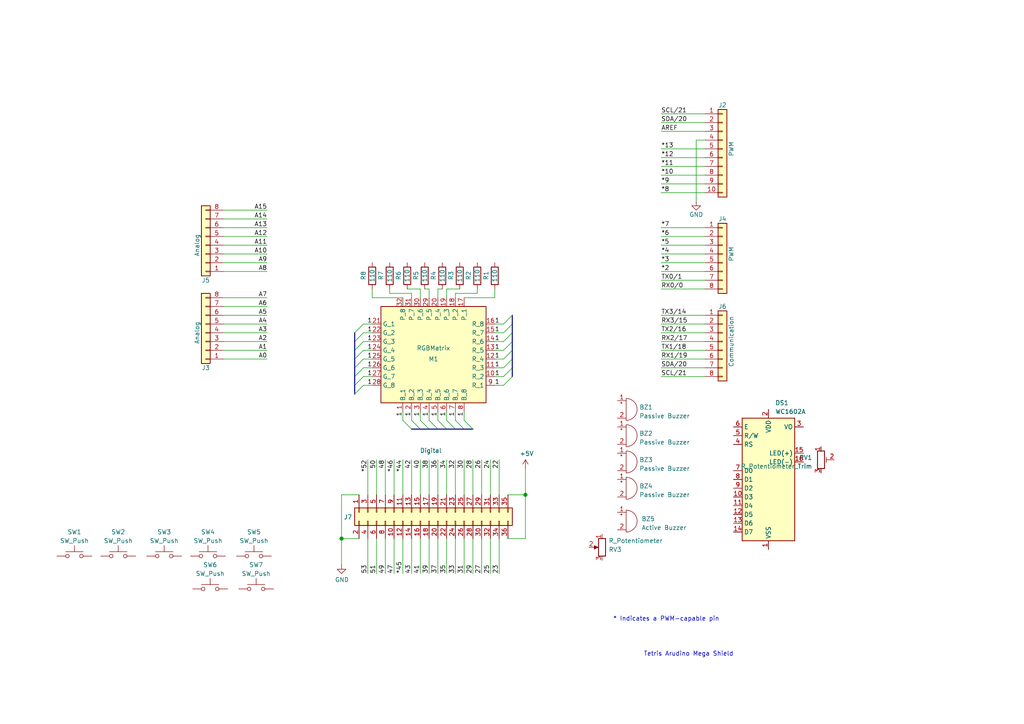
<source format=kicad_sch>
(kicad_sch (version 20230121) (generator eeschema)
  (paper "A4")
  (title_block (date "2023-05-02"))
  (lib_symbols
    (symbol "Connector_Generic:Conn_01x08" (pin_names (offset 1.016) hide)
      (property "Reference" "J" (at 0 10.16 0))
      (property "Value" "Conn_01x08" (at 0 -12.7 0))
      (symbol "Conn_01x08_1_1"
        (rectangle (start -1.27 -10.033) (end 0 -10.287) (stroke (width 0.1524)))
        (rectangle (start -1.27 -7.493) (end 0 -7.747) (stroke (width 0.1524)))
        (rectangle (start -1.27 -4.953) (end 0 -5.207) (stroke (width 0.1524)))
        (rectangle (start -1.27 -2.413) (end 0 -2.667) (stroke (width 0.1524)))
        (rectangle (start -1.27 0.127) (end 0 -0.127) (stroke (width 0.1524)))
        (rectangle (start -1.27 2.667) (end 0 2.413) (stroke (width 0.1524)))
        (rectangle (start -1.27 5.207) (end 0 4.953) (stroke (width 0.1524)))
        (rectangle (start -1.27 7.747) (end 0 7.493) (stroke (width 0.1524)))
        (rectangle (start -1.27 8.89) (end 1.27 -11.43) (stroke (width 0.254)) (fill (type background)))
        (pin passive line (at -5.08 7.62 0) (length 3.81) (name "Pin_1") (number "1"))
        (pin passive line (at -5.08 5.08 0) (length 3.81) (name "Pin_2") (number "2"))
        (pin passive line (at -5.08 2.54 0) (length 3.81) (name "Pin_3") (number "3"))
        (pin passive line (at -5.08 0 0) (length 3.81) (name "Pin_4") (number "4"))
        (pin passive line (at -5.08 -2.54 0) (length 3.81) (name "Pin_5") (number "5"))
        (pin passive line (at -5.08 -5.08 0) (length 3.81) (name "Pin_6") (number "6"))
        (pin passive line (at -5.08 -7.62 0) (length 3.81) (name "Pin_7") (number "7"))
        (pin passive line (at -5.08 -10.16 0) (length 3.81) (name "Pin_8") (number "8"))
      )
    )
    (symbol "Connector_Generic:Conn_01x10" (pin_names (offset 1.016) hide)
      (property "Reference" "J" (at 0 12.7 0))
      (property "Value" "Conn_01x10" (at 0 -15.24 0))
      (symbol "Conn_01x10_1_1"
        (rectangle (start -1.27 -12.573) (end 0 -12.827) (stroke (width 0.1524)))
        (rectangle (start -1.27 -10.033) (end 0 -10.287) (stroke (width 0.1524)))
        (rectangle (start -1.27 -7.493) (end 0 -7.747) (stroke (width 0.1524)))
        (rectangle (start -1.27 -4.953) (end 0 -5.207) (stroke (width 0.1524)))
        (rectangle (start -1.27 -2.413) (end 0 -2.667) (stroke (width 0.1524)))
        (rectangle (start -1.27 0.127) (end 0 -0.127) (stroke (width 0.1524)))
        (rectangle (start -1.27 2.667) (end 0 2.413) (stroke (width 0.1524)))
        (rectangle (start -1.27 5.207) (end 0 4.953) (stroke (width 0.1524)))
        (rectangle (start -1.27 7.747) (end 0 7.493) (stroke (width 0.1524)))
        (rectangle (start -1.27 10.287) (end 0 10.033) (stroke (width 0.1524)))
        (rectangle (start -1.27 11.43) (end 1.27 -13.97) (stroke (width 0.254)) (fill (type background)))
        (pin passive line (at -5.08 10.16 0) (length 3.81) (name "Pin_1") (number "1"))
        (pin passive line (at -5.08 -12.7 0) (length 3.81) (name "Pin_10") (number "10"))
        (pin passive line (at -5.08 7.62 0) (length 3.81) (name "Pin_2") (number "2"))
        (pin passive line (at -5.08 5.08 0) (length 3.81) (name "Pin_3") (number "3"))
        (pin passive line (at -5.08 2.54 0) (length 3.81) (name "Pin_4") (number "4"))
        (pin passive line (at -5.08 0 0) (length 3.81) (name "Pin_5") (number "5"))
        (pin passive line (at -5.08 -2.54 0) (length 3.81) (name "Pin_6") (number "6"))
        (pin passive line (at -5.08 -5.08 0) (length 3.81) (name "Pin_7") (number "7"))
        (pin passive line (at -5.08 -7.62 0) (length 3.81) (name "Pin_8") (number "8"))
        (pin passive line (at -5.08 -10.16 0) (length 3.81) (name "Pin_9") (number "9"))
      )
    )
    (symbol "Connector_Generic:Conn_02x18_Odd_Even" (pin_names (offset 1.016) hide)
      (property "Reference" "J" (at 1.27 22.86 0))
      (property "Value" "Conn_02x18_Odd_Even" (at 1.27 -25.4 0))
      (symbol "Conn_02x18_Odd_Even_1_1"
        (rectangle (start -1.27 -22.733) (end 0 -22.987) (stroke (width 0.1524)))
        (rectangle (start -1.27 -20.193) (end 0 -20.447) (stroke (width 0.1524)))
        (rectangle (start -1.27 -17.653) (end 0 -17.907) (stroke (width 0.1524)))
        (rectangle (start -1.27 -15.113) (end 0 -15.367) (stroke (width 0.1524)))
        (rectangle (start -1.27 -12.573) (end 0 -12.827) (stroke (width 0.1524)))
        (rectangle (start -1.27 -10.033) (end 0 -10.287) (stroke (width 0.1524)))
        (rectangle (start -1.27 -7.493) (end 0 -7.747) (stroke (width 0.1524)))
        (rectangle (start -1.27 -4.953) (end 0 -5.207) (stroke (width 0.1524)))
        (rectangle (start -1.27 -2.413) (end 0 -2.667) (stroke (width 0.1524)))
        (rectangle (start -1.27 0.127) (end 0 -0.127) (stroke (width 0.1524)))
        (rectangle (start -1.27 2.667) (end 0 2.413) (stroke (width 0.1524)))
        (rectangle (start -1.27 5.207) (end 0 4.953) (stroke (width 0.1524)))
        (rectangle (start -1.27 7.747) (end 0 7.493) (stroke (width 0.1524)))
        (rectangle (start -1.27 10.287) (end 0 10.033) (stroke (width 0.1524)))
        (rectangle (start -1.27 12.827) (end 0 12.573) (stroke (width 0.1524)))
        (rectangle (start -1.27 15.367) (end 0 15.113) (stroke (width 0.1524)))
        (rectangle (start -1.27 17.907) (end 0 17.653) (stroke (width 0.1524)))
        (rectangle (start -1.27 20.447) (end 0 20.193) (stroke (width 0.1524)))
        (rectangle (start -1.27 21.59) (end 3.81 -24.13) (stroke (width 0.254)) (fill (type background)))
        (rectangle (start 3.81 -22.733) (end 2.54 -22.987) (stroke (width 0.1524)))
        (rectangle (start 3.81 -20.193) (end 2.54 -20.447) (stroke (width 0.1524)))
        (rectangle (start 3.81 -17.653) (end 2.54 -17.907) (stroke (width 0.1524)))
        (rectangle (start 3.81 -15.113) (end 2.54 -15.367) (stroke (width 0.1524)))
        (rectangle (start 3.81 -12.573) (end 2.54 -12.827) (stroke (width 0.1524)))
        (rectangle (start 3.81 -10.033) (end 2.54 -10.287) (stroke (width 0.1524)))
        (rectangle (start 3.81 -7.493) (end 2.54 -7.747) (stroke (width 0.1524)))
        (rectangle (start 3.81 -4.953) (end 2.54 -5.207) (stroke (width 0.1524)))
        (rectangle (start 3.81 -2.413) (end 2.54 -2.667) (stroke (width 0.1524)))
        (rectangle (start 3.81 0.127) (end 2.54 -0.127) (stroke (width 0.1524)))
        (rectangle (start 3.81 2.667) (end 2.54 2.413) (stroke (width 0.1524)))
        (rectangle (start 3.81 5.207) (end 2.54 4.953) (stroke (width 0.1524)))
        (rectangle (start 3.81 7.747) (end 2.54 7.493) (stroke (width 0.1524)))
        (rectangle (start 3.81 10.287) (end 2.54 10.033) (stroke (width 0.1524)))
        (rectangle (start 3.81 12.827) (end 2.54 12.573) (stroke (width 0.1524)))
        (rectangle (start 3.81 15.367) (end 2.54 15.113) (stroke (width 0.1524)))
        (rectangle (start 3.81 17.907) (end 2.54 17.653) (stroke (width 0.1524)))
        (rectangle (start 3.81 20.447) (end 2.54 20.193) (stroke (width 0.1524)))
        (pin passive line (at -5.08 20.32 0) (length 3.81) (name "Pin_1") (number "1"))
        (pin passive line (at 7.62 10.16 180) (length 3.81) (name "Pin_10") (number "10"))
        (pin passive line (at -5.08 7.62 0) (length 3.81) (name "Pin_11") (number "11"))
        (pin passive line (at 7.62 7.62 180) (length 3.81) (name "Pin_12") (number "12"))
        (pin passive line (at -5.08 5.08 0) (length 3.81) (name "Pin_13") (number "13"))
        (pin passive line (at 7.62 5.08 180) (length 3.81) (name "Pin_14") (number "14"))
        (pin passive line (at -5.08 2.54 0) (length 3.81) (name "Pin_15") (number "15"))
        (pin passive line (at 7.62 2.54 180) (length 3.81) (name "Pin_16") (number "16"))
        (pin passive line (at -5.08 0 0) (length 3.81) (name "Pin_17") (number "17"))
        (pin passive line (at 7.62 0 180) (length 3.81) (name "Pin_18") (number "18"))
        (pin passive line (at -5.08 -2.54 0) (length 3.81) (name "Pin_19") (number "19"))
        (pin passive line (at 7.62 20.32 180) (length 3.81) (name "Pin_2") (number "2"))
        (pin passive line (at 7.62 -2.54 180) (length 3.81) (name "Pin_20") (number "20"))
        (pin passive line (at -5.08 -5.08 0) (length 3.81) (name "Pin_21") (number "21"))
        (pin passive line (at 7.62 -5.08 180) (length 3.81) (name "Pin_22") (number "22"))
        (pin passive line (at -5.08 -7.62 0) (length 3.81) (name "Pin_23") (number "23"))
        (pin passive line (at 7.62 -7.62 180) (length 3.81) (name "Pin_24") (number "24"))
        (pin passive line (at -5.08 -10.16 0) (length 3.81) (name "Pin_25") (number "25"))
        (pin passive line (at 7.62 -10.16 180) (length 3.81) (name "Pin_26") (number "26"))
        (pin passive line (at -5.08 -12.7 0) (length 3.81) (name "Pin_27") (number "27"))
        (pin passive line (at 7.62 -12.7 180) (length 3.81) (name "Pin_28") (number "28"))
        (pin passive line (at -5.08 -15.24 0) (length 3.81) (name "Pin_29") (number "29"))
        (pin passive line (at -5.08 17.78 0) (length 3.81) (name "Pin_3") (number "3"))
        (pin passive line (at 7.62 -15.24 180) (length 3.81) (name "Pin_30") (number "30"))
        (pin passive line (at -5.08 -17.78 0) (length 3.81) (name "Pin_31") (number "31"))
        (pin passive line (at 7.62 -17.78 180) (length 3.81) (name "Pin_32") (number "32"))
        (pin passive line (at -5.08 -20.32 0) (length 3.81) (name "Pin_33") (number "33"))
        (pin passive line (at 7.62 -20.32 180) (length 3.81) (name "Pin_34") (number "34"))
        (pin passive line (at -5.08 -22.86 0) (length 3.81) (name "Pin_35") (number "35"))
        (pin passive line (at 7.62 -22.86 180) (length 3.81) (name "Pin_36") (number "36"))
        (pin passive line (at 7.62 17.78 180) (length 3.81) (name "Pin_4") (number "4"))
        (pin passive line (at -5.08 15.24 0) (length 3.81) (name "Pin_5") (number "5"))
        (pin passive line (at 7.62 15.24 180) (length 3.81) (name "Pin_6") (number "6"))
        (pin passive line (at -5.08 12.7 0) (length 3.81) (name "Pin_7") (number "7"))
        (pin passive line (at 7.62 12.7 180) (length 3.81) (name "Pin_8") (number "8"))
        (pin passive line (at -5.08 10.16 0) (length 3.81) (name "Pin_9") (number "9"))
      )
    )
    (symbol "Device:Buzzer" (pin_names (offset 0.0254) hide)
      (property "Reference" "BZ" (at 3.81 1.27 0))
      (property "Value" "Buzzer" (at 3.81 -1.27 0))
      (symbol "Buzzer_0_1"
        (arc (start 0 -3.175) (mid 3.1612 0) (end 0 3.175))
        (polyline (pts (xy -1.651 1.905) (xy -1.143 1.905)))
        (polyline (pts (xy -1.397 2.159) (xy -1.397 1.651)))
        (polyline (pts (xy 0 3.175) (xy 0 -3.175)))
      )
      (symbol "Buzzer_1_1"
        (pin passive line (at -2.54 2.54 0) (length 2.54) (name "-") (number "1"))
        (pin passive line (at -2.54 -2.54 0) (length 2.54) (name "+") (number "2"))
      )
    )
    (symbol "Device:R" (pin_numbers hide) (pin_names (offset 0))
      (property "Reference" "R" (at 2.032 0 90))
      (property "Value" "R" (at 0 0 90))
      (symbol "R_0_1"
        (rectangle (start -1.016 -2.54) (end 1.016 2.54) (stroke (width 0.254)))
      )
      (symbol "R_1_1"
        (pin passive line (at 0 3.81 270) (length 1.27) (name "~") (number "1"))
        (pin passive line (at 0 -3.81 90) (length 1.27) (name "~") (number "2"))
      )
    )
    (symbol "Device:R_Potentiometer" (pin_names (offset 1.016) hide)
      (property "Reference" "RV" (at -4.445 0 90))
      (property "Value" "R_Potentiometer" (at -2.54 0 90))
      (symbol "R_Potentiometer_0_1"
        (polyline (pts (xy 2.54 0) (xy 1.524 0)))
        (polyline (pts (xy 1.143 0) (xy 2.286 0.508) (xy 2.286 -0.508) (xy 1.143 0)) (fill (type outline)))
        (rectangle (start 1.016 2.54) (end -1.016 -2.54) (stroke (width 0.254)))
      )
      (symbol "R_Potentiometer_1_1"
        (pin passive line (at 0 3.81 270) (length 1.27) (name "1") (number "1"))
        (pin passive line (at 3.81 0 180) (length 1.27) (name "2") (number "2"))
        (pin passive line (at 0 -3.81 90) (length 1.27) (name "3") (number "3"))
      )
    )
    (symbol "Device:R_Potentiometer_Trim" (pin_names (offset 1.016) hide)
      (property "Reference" "RV" (at -4.445 0 90))
      (property "Value" "R_Potentiometer_Trim" (at -2.54 0 90))
      (symbol "R_Potentiometer_Trim_0_1"
        (polyline (pts (xy 1.524 0.762) (xy 1.524 -0.762)))
        (polyline (pts (xy 2.54 0) (xy 1.524 0)))
        (rectangle (start 1.016 2.54) (end -1.016 -2.54) (stroke (width 0.254)))
      )
      (symbol "R_Potentiometer_Trim_1_1"
        (pin passive line (at 0 3.81 270) (length 1.27) (name "1") (number "1"))
        (pin passive line (at 3.81 0 180) (length 1.27) (name "2") (number "2"))
        (pin passive line (at 0 -3.81 90) (length 1.27) (name "3") (number "3"))
      )
    )
    (symbol "Display_Character:WC1602A"
      (property "Reference" "DS" (at -5.842 19.05 0))
      (property "Value" "WC1602A" (at 5.334 19.05 0))
      (symbol "WC1602A_1_1"
        (rectangle (start -7.62 17.78) (end 7.62 -17.78) (stroke (width 0.254)) (fill (type background)))
        (pin power_in line (at 0 -20.32 90) (length 2.54) (name "VSS") (number "1"))
        (pin input line (at -10.16 -5.08 0) (length 2.54) (name "D3") (number "10"))
        (pin input line (at -10.16 -7.62 0) (length 2.54) (name "D4") (number "11"))
        (pin input line (at -10.16 -10.16 0) (length 2.54) (name "D5") (number "12"))
        (pin input line (at -10.16 -12.7 0) (length 2.54) (name "D6") (number "13"))
        (pin input line (at -10.16 -15.24 0) (length 2.54) (name "D7") (number "14"))
        (pin power_in line (at 10.16 7.62 180) (length 2.54) (name "LED(+)") (number "15"))
        (pin power_in line (at 10.16 5.08 180) (length 2.54) (name "LED(-)") (number "16"))
        (pin power_in line (at 0 20.32 270) (length 2.54) (name "VDD") (number "2"))
        (pin input line (at 10.16 15.24 180) (length 2.54) (name "VO") (number "3"))
        (pin input line (at -10.16 10.16 0) (length 2.54) (name "RS") (number "4"))
        (pin input line (at -10.16 12.7 0) (length 2.54) (name "R/W") (number "5"))
        (pin input line (at -10.16 15.24 0) (length 2.54) (name "E") (number "6"))
        (pin input line (at -10.16 2.54 0) (length 2.54) (name "D0") (number "7"))
        (pin input line (at -10.16 0 0) (length 2.54) (name "D1") (number "8"))
        (pin input line (at -10.16 -2.54 0) (length 2.54) (name "D2") (number "9"))
      )
    )
    (symbol "GND_1" (power) (pin_names (offset 0))
      (property "Value" "GND_1" (at 0 -3.81 0))
      (symbol "GND_1_0_1"
        (polyline (pts (xy 0 0) (xy 0 -1.27) (xy 1.27 -1.27) (xy 0 -2.54) (xy -1.27 -1.27) (xy 0 -1.27)))
      )
      (symbol "GND_1_1_1"
        (pin power_in line (at 0 0 270) (length 0) hide (name "GND") (number "1"))
      )
    )
    (symbol "GND_2" (power) (pin_names (offset 0))
      (property "Value" "GND_2" (at 0 -3.81 0))
      (symbol "GND_2_0_1"
        (polyline (pts (xy 0 0) (xy 0 -1.27) (xy 1.27 -1.27) (xy 0 -2.54) (xy -1.27 -1.27) (xy 0 -1.27)))
      )
      (symbol "GND_2_1_1"
        (pin power_in line (at 0 0 270) (length 0) hide (name "GND") (number "1"))
      )
    )
    (symbol "RGBMatrix:RGBMatrix"
      (property "Reference" "M1" (at 0 -1.27 0))
      (property "Value" "RGBMatrix" (at 0 -5.08 0))
      (symbol "RGBMatrix_0_0"
        (pin power_out line (at -8.89 -16.51 90) (length 2.54) (name "B_1") (number "1"))
        (pin power_out line (at -6.35 -16.51 90) (length 2.54) (name "B_2") (number "2"))
        (pin power_out line (at -1.27 -16.51 90) (length 2.54) (name "B_4") (number "4"))
      )
      (symbol "RGBMatrix_0_1"
        (rectangle (start -15.24 13.97) (end 15.24 -13.97) (stroke (width 0.254)) (fill (type background)))
      )
      (symbol "RGBMatrix_1_0"
        (pin power_out line (at 17.78 -6.35 180) (length 2.54) (name "R_2") (number "10"))
        (pin power_out line (at 17.78 -3.81 180) (length 2.54) (name "R_3") (number "11"))
        (pin power_out line (at 17.78 -1.27 180) (length 2.54) (name "R_4") (number "12"))
        (pin power_out line (at 17.78 1.27 180) (length 2.54) (name "R_5") (number "13"))
        (pin power_out line (at 17.78 3.81 180) (length 2.54) (name "R_6") (number "14"))
        (pin power_out line (at 17.78 6.35 180) (length 2.54) (name "R_7") (number "15"))
        (pin power_out line (at 17.78 8.89 180) (length 2.54) (name "R_8") (number "16"))
        (pin power_in line (at 8.89 16.51 270) (length 2.54) (name "P_1") (number "17"))
        (pin power_in line (at 6.35 16.51 270) (length 2.54) (name "P_2") (number "18"))
        (pin power_in line (at 3.81 16.51 270) (length 2.54) (name "P_3") (number "19"))
        (pin power_in line (at 1.27 16.51 270) (length 2.54) (name "P_4") (number "20"))
        (pin power_out line (at -17.78 8.89 0) (length 2.54) (name "G_1") (number "21"))
        (pin power_out line (at -17.78 6.35 0) (length 2.54) (name "G_2") (number "22"))
        (pin power_out line (at -17.78 3.81 0) (length 2.54) (name "G_3") (number "23"))
        (pin power_out line (at -17.78 1.27 0) (length 2.54) (name "G_4") (number "24"))
        (pin power_out line (at -17.78 -1.27 0) (length 2.54) (name "G_5") (number "25"))
        (pin power_out line (at -17.78 -3.81 0) (length 2.54) (name "G_6") (number "26"))
        (pin power_out line (at -17.78 -6.35 0) (length 2.54) (name "G_7") (number "27"))
        (pin power_out line (at -17.78 -8.89 0) (length 2.54) (name "G_8") (number "28"))
        (pin power_in line (at -1.27 16.51 270) (length 2.54) (name "P_5") (number "29"))
        (pin power_out line (at -3.81 -16.51 90) (length 2.54) (name "B_3") (number "3"))
        (pin power_in line (at -3.81 16.51 270) (length 2.54) (name "P_6") (number "30"))
        (pin power_in line (at -6.35 16.51 270) (length 2.54) (name "P_7") (number "31"))
        (pin power_in line (at -8.89 16.51 270) (length 2.54) (name "P_8") (number "32"))
        (pin power_out line (at 1.27 -16.51 90) (length 2.54) (name "B_5") (number "5"))
        (pin power_out line (at 3.81 -16.51 90) (length 2.54) (name "B_6") (number "6"))
        (pin power_out line (at 6.35 -16.51 90) (length 2.54) (name "B_7") (number "7"))
        (pin power_out line (at 8.89 -16.51 90) (length 2.54) (name "B_8") (number "8"))
        (pin power_out line (at 17.78 -8.89 180) (length 2.54) (name "R_1") (number "9"))
      )
    )
    (symbol "Switch:SW_Push" (pin_numbers hide) (pin_names (offset 1.016) hide)
      (property "Reference" "SW" (at 1.27 2.54 0))
      (property "Value" "SW_Push" (at 0 -1.524 0))
      (symbol "SW_Push_0_1"
        (circle (center -2.032 0) (radius 0.508))
        (polyline (pts (xy 0 1.27) (xy 0 3.048)))
        (polyline (pts (xy 2.54 1.27) (xy -2.54 1.27)))
        (circle (center 2.032 0) (radius 0.508))
        (pin passive line (at -5.08 0 0) (length 2.54) (name "1") (number "1"))
        (pin passive line (at 5.08 0 180) (length 2.54) (name "2") (number "2"))
      )
    )
    (symbol "power:+5V" (power) (pin_names (offset 0))
      (property "Value" "+5V" (at 0 3.556 0))
      (symbol "+5V_0_1"
        (polyline (pts (xy -0.762 1.27) (xy 0 2.54)))
        (polyline (pts (xy 0 0) (xy 0 2.54)))
        (polyline (pts (xy 0 2.54) (xy 0.762 1.27)))
      )
      (symbol "+5V_1_1"
        (pin power_in line (at 0 0 90) (length 0) hide (name "+5V") (number "1"))
      )
    )
  )
  (junction (at 99.06 156.21) (diameter 1.016))
  (junction (at 152.4 143.51) (diameter 1.016))
  (bus_entry (at 146.05 106.68) (size 2.54 -2.54))
  (bus_entry (at 127 121.92) (size 2.54 2.54))
  (bus_entry (at 119.38 121.92) (size 2.54 2.54))
  (bus_entry (at 105.41 109.22) (size -2.54 2.54))
  (bus_entry (at 105.41 104.14) (size -2.54 2.54))
  (bus_entry (at 146.05 99.06) (size 2.54 -2.54))
  (bus_entry (at 146.05 111.76) (size 2.54 -2.54))
  (bus_entry (at 146.05 96.52) (size 2.54 -2.54))
  (bus_entry (at 146.05 101.6) (size 2.54 -2.54))
  (bus_entry (at 105.41 106.68) (size -2.54 2.54))
  (bus_entry (at 132.08 121.92) (size 2.54 2.54))
  (bus_entry (at 105.41 93.98) (size -2.54 2.54))
  (bus_entry (at 121.92 121.92) (size 2.54 2.54))
  (bus_entry (at 129.54 121.92) (size 2.54 2.54))
  (bus_entry (at 134.62 121.92) (size 2.54 2.54))
  (bus_entry (at 105.41 111.76) (size -2.54 2.54))
  (bus_entry (at 146.05 104.14) (size 2.54 -2.54))
  (bus_entry (at 116.84 121.92) (size 2.54 2.54))
  (bus_entry (at 146.05 109.22) (size 2.54 -2.54))
  (bus_entry (at 105.41 101.6) (size -2.54 2.54))
  (bus_entry (at 105.41 96.52) (size -2.54 2.54))
  (bus_entry (at 124.46 121.92) (size 2.54 2.54))
  (bus_entry (at 105.41 99.06) (size -2.54 2.54))
  (bus_entry (at 146.05 93.98) (size 2.54 -2.54))
  (wire (pts (xy 204.47 83.82) (xy 191.77 83.82)))
  (wire (pts (xy 107.95 109.22) (xy 105.41 109.22)))
  (wire (pts (xy 143.51 96.52) (xy 146.05 96.52)))
  (bus (pts (xy 148.59 96.52) (xy 148.59 99.06)))
  (bus (pts (xy 148.59 106.68) (xy 148.59 109.22)))
  (wire (pts (xy 77.47 86.36) (xy 64.77 86.36)))
  (bus (pts (xy 102.87 96.52) (xy 102.87 99.06)))
  (wire (pts (xy 204.47 50.8) (xy 191.77 50.8)))
  (wire (pts (xy 121.92 133.35) (xy 121.92 143.51)))
  (wire (pts (xy 204.47 33.02) (xy 191.77 33.02)))
  (wire (pts (xy 124.46 133.35) (xy 124.46 143.51)))
  (bus (pts (xy 148.59 93.98) (xy 148.59 96.52)))
  (wire (pts (xy 152.4 143.51) (xy 152.4 156.21)))
  (wire (pts (xy 104.14 143.51) (xy 99.06 143.51)))
  (wire (pts (xy 107.95 111.76) (xy 105.41 111.76)))
  (wire (pts (xy 204.47 96.52) (xy 191.77 96.52)))
  (wire (pts (xy 143.51 99.06) (xy 146.05 99.06)))
  (bus (pts (xy 148.59 104.14) (xy 148.59 106.68)))
  (wire (pts (xy 124.46 119.38) (xy 124.46 121.92)))
  (wire (pts (xy 132.08 86.36) (xy 132.08 85.09)))
  (wire (pts (xy 127 156.21) (xy 127 166.37)))
  (wire (pts (xy 77.47 91.44) (xy 64.77 91.44)))
  (wire (pts (xy 123.19 83.82) (xy 124.46 83.82)))
  (wire (pts (xy 132.08 133.35) (xy 132.08 143.51)))
  (wire (pts (xy 113.03 85.09) (xy 113.03 83.82)))
  (wire (pts (xy 138.43 85.09) (xy 138.43 83.82)))
  (wire (pts (xy 109.22 133.35) (xy 109.22 143.51)))
  (wire (pts (xy 144.78 133.35) (xy 144.78 143.51)))
  (wire (pts (xy 116.84 119.38) (xy 116.84 121.92)))
  (wire (pts (xy 132.08 119.38) (xy 132.08 121.92)))
  (wire (pts (xy 139.7 156.21) (xy 139.7 166.37)))
  (wire (pts (xy 119.38 133.35) (xy 119.38 143.51)))
  (wire (pts (xy 124.46 83.82) (xy 124.46 86.36)))
  (bus (pts (xy 124.46 124.46) (xy 127 124.46)))
  (wire (pts (xy 129.54 156.21) (xy 129.54 166.37)))
  (wire (pts (xy 77.47 60.96) (xy 64.77 60.96)))
  (wire (pts (xy 114.3 156.21) (xy 114.3 166.37)))
  (wire (pts (xy 137.16 156.21) (xy 137.16 166.37)))
  (bus (pts (xy 129.54 124.46) (xy 132.08 124.46)))
  (wire (pts (xy 133.35 83.82) (xy 129.54 83.82)))
  (bus (pts (xy 102.87 104.14) (xy 102.87 106.68)))
  (bus (pts (xy 102.87 111.76) (xy 102.87 114.3)))
  (wire (pts (xy 204.47 43.18) (xy 191.77 43.18)))
  (wire (pts (xy 204.47 66.04) (xy 191.77 66.04)))
  (bus (pts (xy 148.59 99.06) (xy 148.59 101.6)))
  (bus (pts (xy 121.92 124.46) (xy 124.46 124.46)))
  (wire (pts (xy 64.77 104.14) (xy 77.47 104.14)))
  (bus (pts (xy 148.59 101.6) (xy 148.59 104.14)))
  (wire (pts (xy 204.47 45.72) (xy 191.77 45.72)))
  (wire (pts (xy 64.77 63.5) (xy 77.47 63.5)))
  (wire (pts (xy 107.95 86.36) (xy 116.84 86.36)))
  (wire (pts (xy 204.47 68.58) (xy 191.77 68.58)))
  (wire (pts (xy 204.47 104.14) (xy 191.77 104.14)))
  (wire (pts (xy 143.51 106.68) (xy 146.05 106.68)))
  (wire (pts (xy 143.51 93.98) (xy 146.05 93.98)))
  (wire (pts (xy 129.54 133.35) (xy 129.54 143.51)))
  (wire (pts (xy 99.06 143.51) (xy 99.06 156.21)))
  (wire (pts (xy 114.3 133.35) (xy 114.3 143.51)))
  (wire (pts (xy 104.14 156.21) (xy 99.06 156.21)))
  (wire (pts (xy 107.95 101.6) (xy 105.41 101.6)))
  (wire (pts (xy 134.62 119.38) (xy 134.62 121.92)))
  (wire (pts (xy 127 83.82) (xy 128.27 83.82)))
  (wire (pts (xy 143.51 104.14) (xy 146.05 104.14)))
  (wire (pts (xy 204.47 53.34) (xy 191.77 53.34)))
  (wire (pts (xy 137.16 133.35) (xy 137.16 143.51)))
  (wire (pts (xy 143.51 83.82) (xy 143.51 86.36)))
  (wire (pts (xy 134.62 133.35) (xy 134.62 143.51)))
  (wire (pts (xy 116.84 156.21) (xy 116.84 166.37)))
  (wire (pts (xy 134.62 156.21) (xy 134.62 166.37)))
  (wire (pts (xy 111.76 156.21) (xy 111.76 166.37)))
  (wire (pts (xy 142.24 133.35) (xy 142.24 143.51)))
  (wire (pts (xy 204.47 73.66) (xy 191.77 73.66)))
  (wire (pts (xy 107.95 99.06) (xy 105.41 99.06)))
  (wire (pts (xy 121.92 156.21) (xy 121.92 166.37)))
  (wire (pts (xy 143.51 101.6) (xy 146.05 101.6)))
  (wire (pts (xy 116.84 133.35) (xy 116.84 143.51)))
  (wire (pts (xy 119.38 85.09) (xy 113.03 85.09)))
  (bus (pts (xy 102.87 101.6) (xy 102.87 104.14)))
  (wire (pts (xy 129.54 83.82) (xy 129.54 86.36)))
  (wire (pts (xy 204.47 93.98) (xy 191.77 93.98)))
  (wire (pts (xy 152.4 135.89) (xy 152.4 143.51)))
  (wire (pts (xy 143.51 109.22) (xy 146.05 109.22)))
  (wire (pts (xy 201.93 40.64) (xy 201.93 58.42)))
  (bus (pts (xy 119.38 124.46) (xy 121.92 124.46)))
  (bus (pts (xy 102.87 99.06) (xy 102.87 101.6)))
  (wire (pts (xy 204.47 109.22) (xy 191.77 109.22)))
  (wire (pts (xy 204.47 38.1) (xy 191.77 38.1)))
  (wire (pts (xy 147.32 143.51) (xy 152.4 143.51)))
  (wire (pts (xy 204.47 101.6) (xy 191.77 101.6)))
  (wire (pts (xy 77.47 71.12) (xy 64.77 71.12)))
  (wire (pts (xy 119.38 86.36) (xy 119.38 85.09)))
  (bus (pts (xy 102.87 106.68) (xy 102.87 109.22)))
  (wire (pts (xy 64.77 99.06) (xy 77.47 99.06)))
  (wire (pts (xy 204.47 91.44) (xy 191.77 91.44)))
  (wire (pts (xy 127 86.36) (xy 127 83.82)))
  (wire (pts (xy 107.95 106.68) (xy 105.41 106.68)))
  (bus (pts (xy 148.59 91.44) (xy 148.59 93.98)))
  (wire (pts (xy 127 119.38) (xy 127 121.92)))
  (wire (pts (xy 106.68 133.35) (xy 106.68 143.51)))
  (wire (pts (xy 77.47 101.6) (xy 64.77 101.6)))
  (wire (pts (xy 109.22 156.21) (xy 109.22 166.37)))
  (wire (pts (xy 119.38 119.38) (xy 119.38 121.92)))
  (wire (pts (xy 132.08 156.21) (xy 132.08 166.37)))
  (wire (pts (xy 64.77 73.66) (xy 77.47 73.66)))
  (wire (pts (xy 106.68 156.21) (xy 106.68 166.37)))
  (wire (pts (xy 204.47 99.06) (xy 191.77 99.06)))
  (wire (pts (xy 204.47 40.64) (xy 201.93 40.64)))
  (wire (pts (xy 124.46 156.21) (xy 124.46 166.37)))
  (wire (pts (xy 143.51 111.76) (xy 146.05 111.76)))
  (wire (pts (xy 77.47 66.04) (xy 64.77 66.04)))
  (wire (pts (xy 129.54 119.38) (xy 129.54 121.92)))
  (wire (pts (xy 139.7 133.35) (xy 139.7 143.51)))
  (wire (pts (xy 204.47 48.26) (xy 191.77 48.26)))
  (wire (pts (xy 127 133.35) (xy 127 143.51)))
  (wire (pts (xy 77.47 76.2) (xy 64.77 76.2)))
  (bus (pts (xy 134.62 124.46) (xy 137.16 124.46)))
  (bus (pts (xy 102.87 109.22) (xy 102.87 111.76)))
  (wire (pts (xy 204.47 71.12) (xy 191.77 71.12)))
  (wire (pts (xy 121.92 119.38) (xy 121.92 121.92)))
  (wire (pts (xy 107.95 93.98) (xy 105.41 93.98)))
  (wire (pts (xy 77.47 96.52) (xy 64.77 96.52)))
  (bus (pts (xy 127 124.46) (xy 129.54 124.46)))
  (wire (pts (xy 111.76 133.35) (xy 111.76 143.51)))
  (wire (pts (xy 204.47 106.68) (xy 191.77 106.68)))
  (wire (pts (xy 107.95 96.52) (xy 105.41 96.52)))
  (wire (pts (xy 152.4 156.21) (xy 147.32 156.21)))
  (wire (pts (xy 121.92 83.82) (xy 121.92 86.36)))
  (wire (pts (xy 64.77 78.74) (xy 77.47 78.74)))
  (wire (pts (xy 144.78 156.21) (xy 144.78 166.37)))
  (wire (pts (xy 204.47 35.56) (xy 191.77 35.56)))
  (wire (pts (xy 142.24 156.21) (xy 142.24 166.37)))
  (wire (pts (xy 204.47 78.74) (xy 191.77 78.74)))
  (bus (pts (xy 132.08 124.46) (xy 134.62 124.46)))
  (wire (pts (xy 134.62 86.36) (xy 143.51 86.36)))
  (wire (pts (xy 204.47 76.2) (xy 191.77 76.2)))
  (wire (pts (xy 119.38 156.21) (xy 119.38 166.37)))
  (wire (pts (xy 132.08 85.09) (xy 138.43 85.09)))
  (wire (pts (xy 107.95 83.82) (xy 107.95 86.36)))
  (wire (pts (xy 204.47 81.28) (xy 191.77 81.28)))
  (wire (pts (xy 64.77 68.58) (xy 77.47 68.58)))
  (wire (pts (xy 118.11 83.82) (xy 121.92 83.82)))
  (wire (pts (xy 99.06 156.21) (xy 99.06 163.83)))
  (wire (pts (xy 64.77 88.9) (xy 77.47 88.9)))
  (wire (pts (xy 107.95 104.14) (xy 105.41 104.14)))
  (wire (pts (xy 64.77 93.98) (xy 77.47 93.98)))
  (wire (pts (xy 204.47 55.88) (xy 191.77 55.88)))
  (text "* Indicates a PWM-capable pin" (at 177.8 180.34 0) (effects (font (size 1.27 1.27)) (justify left bottom)))
  (text "Tetris Arudino Mega Shield\n" (at 186.69 190.5 0) (effects (font (size 1.27 1.27)) (justify left bottom)))
  (label "A10" (at 77.47 73.66 180))
  (label "RX0{slash}0" (at 191.77 83.82 0))
  (label "A15" (at 77.47 60.96 180))
  (label "A2" (at 77.47 99.06 180))
  (label "RX2{slash}17" (at 191.77 99.06 0))
  (label "1" (at 143.51 109.22 0))
  (label "1" (at 143.51 99.06 0))
  (label "*4" (at 191.77 73.66 0))
  (label "1" (at 143.51 104.14 0))
  (label "SDA{slash}20" (at 191.77 106.68 0))
  (label "26" (at 139.7 133.35 270))
  (label "31" (at 134.62 166.37 90))
  (label "22" (at 144.78 133.35 270))
  (label "33" (at 132.08 166.37 90))
  (label "36" (at 127 133.35 270))
  (label "*2" (at 191.77 78.74 0))
  (label "TX1{slash}18" (at 191.77 101.6 0))
  (label "*44" (at 116.84 133.35 270))
  (label "A3" (at 77.47 96.52 180))
  (label "1" (at 116.84 119.38 270))
  (label "*13" (at 191.77 43.18 0))
  (label "1" (at 132.08 119.38 270))
  (label "1" (at 107.95 93.98 180))
  (label "*52" (at 106.68 133.35 270))
  (label "*12" (at 191.77 45.72 0))
  (label "40" (at 121.92 133.35 270))
  (label "35" (at 129.54 166.37 90))
  (label "1" (at 107.95 106.68 180))
  (label "*10" (at 191.77 50.8 0))
  (label "1" (at 143.51 106.68 0))
  (label "1" (at 143.51 101.6 0))
  (label "1" (at 143.51 93.98 0))
  (label "28" (at 137.16 133.35 270))
  (label "1" (at 107.95 104.14 180))
  (label "1" (at 143.51 96.52 0))
  (label "23" (at 144.78 166.37 90))
  (label "29" (at 137.16 166.37 90))
  (label "A13" (at 77.47 66.04 180))
  (label "1" (at 107.95 111.76 180))
  (label "41" (at 121.92 166.37 90))
  (label "30" (at 134.62 133.35 270))
  (label "47" (at 114.3 166.37 90))
  (label "34" (at 129.54 133.35 270))
  (label "*45" (at 116.84 166.37 90))
  (label "38" (at 124.46 133.35 270))
  (label "51" (at 109.22 166.37 90))
  (label "*7" (at 191.77 66.04 0))
  (label "SDA{slash}20" (at 191.77 35.56 0))
  (label "1" (at 143.51 111.76 0))
  (label "*8" (at 191.77 55.88 0))
  (label "1" (at 134.62 119.38 270))
  (label "A9" (at 77.47 76.2 180))
  (label "*11" (at 191.77 48.26 0))
  (label "*3" (at 191.77 76.2 0))
  (label "1" (at 107.95 101.6 180))
  (label "1" (at 127 119.38 270))
  (label "A6" (at 77.47 88.9 180))
  (label "42" (at 119.38 133.35 270))
  (label "A1" (at 77.47 101.6 180))
  (label "53" (at 106.68 166.37 90))
  (label "TX0{slash}1" (at 191.77 81.28 0))
  (label "1" (at 129.54 119.38 270))
  (label "24" (at 142.24 133.35 270))
  (label "1" (at 107.95 109.22 180))
  (label "RX1{slash}19" (at 191.77 104.14 0))
  (label "A0" (at 77.47 104.14 180))
  (label "AREF" (at 191.77 38.1 0))
  (label "A14" (at 77.47 63.5 180))
  (label "39" (at 124.46 166.37 90))
  (label "A8" (at 77.47 78.74 180))
  (label "1" (at 119.38 119.38 270))
  (label "27" (at 139.7 166.37 90))
  (label "1" (at 124.46 119.38 270))
  (label "37" (at 127 166.37 90))
  (label "25" (at 142.24 166.37 90))
  (label "*6" (at 191.77 68.58 0))
  (label "*46" (at 114.3 133.35 270))
  (label "SCL{slash}21" (at 191.77 33.02 0))
  (label "*9" (at 191.77 53.34 0))
  (label "50" (at 109.22 133.35 270))
  (label "TX2{slash}16" (at 191.77 96.52 0))
  (label "*5" (at 191.77 71.12 0))
  (label "1" (at 121.92 119.38 270))
  (label "A7" (at 77.47 86.36 180))
  (label "A11" (at 77.47 71.12 180))
  (label "1" (at 107.95 96.52 180))
  (label "A4" (at 77.47 93.98 180))
  (label "1" (at 107.95 99.06 180))
  (label "49" (at 111.76 166.37 90))
  (label "A5" (at 77.47 91.44 180))
  (label "RX3{slash}15" (at 191.77 93.98 0))
  (label "TX3{slash}14" (at 191.77 91.44 0))
  (label "32" (at 132.08 133.35 270))
  (label "43" (at 119.38 166.37 90))
  (label "A12" (at 77.47 68.58 180))
  (label "SCL{slash}21" (at 191.77 109.22 0))
  (label "48" (at 111.76 133.35 270))
  (symbol (lib_id "Connector_Generic:Conn_01x10") (at 209.55 43.18 0) (unit 1)
    (property "Reference" "J2" (at 209.55 30.48 0))
    (property "Value" "PWM" (at 212.09 43.18 90))
    (property "Footprint" "Connector_PinSocket_2.54mm:PinSocket_1x10_P2.54mm_Vertical" (effects hide))
  )
  (symbol (lib_name "GND_1") (lib_id "power:GND") (at 201.93 58.42 0) (mirror y) (unit 1)
    (property "Reference" "#PWR05" (effects hide))
    (property "Value" "GND" (at 201.93 62.23 0))
  )
  (symbol (lib_id "Connector_Generic:Conn_01x08") (at 59.69 96.52 180) (unit 1)
    (property "Reference" "J3" (at 59.69 106.68 0))
    (property "Value" "Analog" (at 57.15 96.52 90))
    (property "Footprint" "Connector_PinSocket_2.54mm:PinSocket_1x08_P2.54mm_Vertical" (effects hide))
  )
  (symbol (lib_id "Connector_Generic:Conn_01x08") (at 209.55 73.66 0) (unit 1)
    (property "Reference" "J4" (at 209.55 63.5 0))
    (property "Value" "PWM" (at 212.09 73.66 90))
    (property "Footprint" "Connector_PinSocket_2.54mm:PinSocket_1x08_P2.54mm_Vertical" (effects hide))
  )
  (symbol (lib_id "Connector_Generic:Conn_01x08") (at 59.69 71.12 180) (unit 1)
    (property "Reference" "J5" (at 59.69 81.28 0))
    (property "Value" "Analog" (at 57.15 71.12 90))
    (property "Footprint" "Connector_PinSocket_2.54mm:PinSocket_1x08_P2.54mm_Vertical" (effects hide))
  )
  (symbol (lib_id "Connector_Generic:Conn_01x08") (at 209.55 99.06 0) (unit 1)
    (property "Reference" "J6" (at 209.55 88.9 0))
    (property "Value" "Communication" (at 212.09 99.06 90))
    (property "Footprint" "Connector_PinSocket_2.54mm:PinSocket_1x08_P2.54mm_Vertical" (effects hide))
  )
  (symbol (lib_id "Connector_Generic:Conn_02x18_Odd_Even") (at 124.46 148.59 90) (mirror x) (unit 1)
    (property "Reference" "J7" (at 102.1079 149.9806 90) (effects (justify left)))
    (property "Value" "Digital" (at 124.968 130.683 90))
    (property "Footprint" "Connector_PinSocket_2.54mm:PinSocket_2x18_P2.54mm_Vertical" (effects hide))
  )
  (symbol (lib_name "GND_2") (lib_id "power:GND") (at 99.06 163.83 0) (unit 1)
    (property "Reference" "#PWR07" (effects hide))
    (property "Value" "GND" (at 99.1743 168.1544 0))
  )
  (symbol (lib_id "power:+5V") (at 152.4 135.89 0) (unit 1)
    (property "Reference" "#PWR06" (effects hide))
    (property "Value" "+5V" (at 152.7683 131.5656 0))
  )
  (symbol (lib_id "Device:Buzzer") (at 181.61 118.745 0) (unit 1)
    (property "Reference" "BZ1" (at 185.42 118.11 0) (effects (justify left)))
    (property "Value" "Passive Buzzer" (at 185.42 120.65 0) (effects (justify left)))
  )
  (symbol (lib_id "Device:Buzzer") (at 181.61 133.985 0) (unit 1)
    (property "Reference" "BZ3" (at 185.42 133.35 0) (effects (justify left)))
    (property "Value" "Passive Buzzer" (at 185.42 135.89 0) (effects (justify left)))
  )
  (symbol (lib_id "Device:R_Potentiometer_Trim") (at 238.125 133.35 0) (unit 1)
    (property "Reference" "RV1" (at 235.585 132.715 0) (effects (justify right)))
    (property "Value" "R_Potentiometer_Trim" (at 235.585 135.255 0) (effects (justify right)))
  )
  (symbol (lib_id "Device:R") (at 107.95 80.01 0) (unit 1)
    (property "Reference" "R8" (at 105.41 81.28 90) (effects (justify left)))
    (property "Value" "110" (at 107.95 81.915 90) (effects (justify left)))
  )
  (symbol (lib_id "Device:R") (at 113.03 80.01 0) (unit 1)
    (property "Reference" "R7" (at 110.49 81.28 90) (effects (justify left)))
    (property "Value" "110" (at 113.03 81.915 90) (effects (justify left)))
  )
  (symbol (lib_id "Display_Character:WC1602A") (at 222.885 139.065 0) (unit 1)
    (property "Reference" "DS1" (at 224.8409 116.84 0) (effects (justify left)))
    (property "Value" "WC1602A" (at 224.8409 119.38 0) (effects (justify left)))
    (property "Footprint" "Display:WC1602A" (effects hide))
    (property "Datasheet" "http://www.wincomlcd.com/pdf/WC1602A-SFYLYHTC06.pdf" (effects hide))
  )
  (symbol (lib_id "Device:R") (at 128.27 80.01 0) (unit 1)
    (property "Reference" "R4" (at 125.73 81.28 90) (effects (justify left)))
    (property "Value" "110" (at 128.27 81.915 90) (effects (justify left)))
  )
  (symbol (lib_id "Switch:SW_Push") (at 73.66 161.29 0) (unit 1)
    (property "Reference" "SW5" (at 73.66 154.305 0))
    (property "Value" "SW_Push" (at 73.66 156.845 0))
  )
  (symbol (lib_id "Device:R") (at 118.11 80.01 0) (unit 1)
    (property "Reference" "R6" (at 115.57 81.28 90) (effects (justify left)))
    (property "Value" "110" (at 118.11 81.915 90) (effects (justify left)))
  )
  (symbol (lib_id "Device:Buzzer") (at 181.61 126.365 0) (unit 1)
    (property "Reference" "BZ2" (at 185.42 125.73 0) (effects (justify left)))
    (property "Value" "Passive Buzzer" (at 185.42 128.27 0) (effects (justify left)))
  )
  (symbol (lib_id "Device:R_Potentiometer") (at 174.625 158.75 0) (mirror y) (unit 1)
    (property "Reference" "RV3" (at 176.53 159.385 0) (effects (justify right)))
    (property "Value" "R_Potentiometer" (at 176.53 156.845 0) (effects (justify right)))
  )
  (symbol (lib_id "Switch:SW_Push") (at 47.625 161.29 0) (unit 1)
    (property "Reference" "SW3" (at 47.625 154.305 0))
    (property "Value" "SW_Push" (at 47.625 156.845 0))
  )
  (symbol (lib_id "Device:R") (at 133.35 80.01 0) (unit 1)
    (property "Reference" "R3" (at 130.81 81.28 90) (effects (justify left)))
    (property "Value" "110" (at 133.35 81.915 90) (effects (justify left)))
  )
  (symbol (lib_id "Device:Buzzer") (at 181.61 141.605 0) (unit 1)
    (property "Reference" "BZ4" (at 185.42 140.97 0) (effects (justify left)))
    (property "Value" "Passive Buzzer" (at 185.42 143.51 0) (effects (justify left)))
  )
  (symbol (lib_id "Switch:SW_Push") (at 74.295 170.815 0) (unit 1)
    (property "Reference" "SW7" (at 74.295 163.83 0))
    (property "Value" "SW_Push" (at 74.295 166.37 0))
  )
  (symbol (lib_id "RGBMatrix:RGBMatrix") (at 125.73 102.87 0) (unit 1)
    (property "Reference" "M1" (at 125.73 104.14 0))
    (property "Value" "RGBMatrix" (at 125.73 100.965 0))
    (property "Footprint" "RGBMatrix:RGBMatrix" (effects hide))
  )
  (symbol (lib_id "Device:R") (at 138.43 80.01 0) (unit 1)
    (property "Reference" "R2" (at 135.89 81.28 90) (effects (justify left)))
    (property "Value" "110" (at 138.43 81.915 90) (effects (justify left)))
  )
  (symbol (lib_id "Device:R") (at 143.51 80.01 0) (unit 1)
    (property "Reference" "R1" (at 140.97 81.28 90) (effects (justify left)))
    (property "Value" "110" (at 143.51 81.915 90) (effects (justify left)))
  )
  (symbol (lib_id "Device:R") (at 123.19 80.01 0) (unit 1)
    (property "Reference" "R5" (at 120.65 81.28 90) (effects (justify left)))
    (property "Value" "110" (at 123.19 81.915 90) (effects (justify left)))
  )
  (symbol (lib_id "Switch:SW_Push") (at 60.325 161.29 0) (unit 1)
    (property "Reference" "SW4" (at 60.325 154.305 0))
    (property "Value" "SW_Push" (at 60.325 156.845 0))
  )
  (symbol (lib_id "Switch:SW_Push") (at 60.96 170.815 0) (unit 1)
    (property "Reference" "SW6" (at 60.96 163.83 0))
    (property "Value" "SW_Push" (at 60.96 166.37 0))
  )
  (symbol (lib_id "Device:Buzzer") (at 181.61 151.13 0) (unit 1)
    (property "Reference" "BZ5" (at 186.055 150.495 0) (effects (justify left)))
    (property "Value" "Active Buzzer" (at 186.055 153.035 0) (effects (justify left)))
  )
  (symbol (lib_id "Switch:SW_Push") (at 34.29 161.29 0) (unit 1)
    (property "Reference" "SW2" (at 34.29 154.305 0))
    (property "Value" "SW_Push" (at 34.29 156.845 0))
  )
  (symbol (lib_id "Switch:SW_Push") (at 21.59 161.29 0) (unit 1)
    (property "Reference" "SW1" (at 21.59 154.305 0))
    (property "Value" "SW_Push" (at 21.59 156.845 0))
  )
)
</source>
